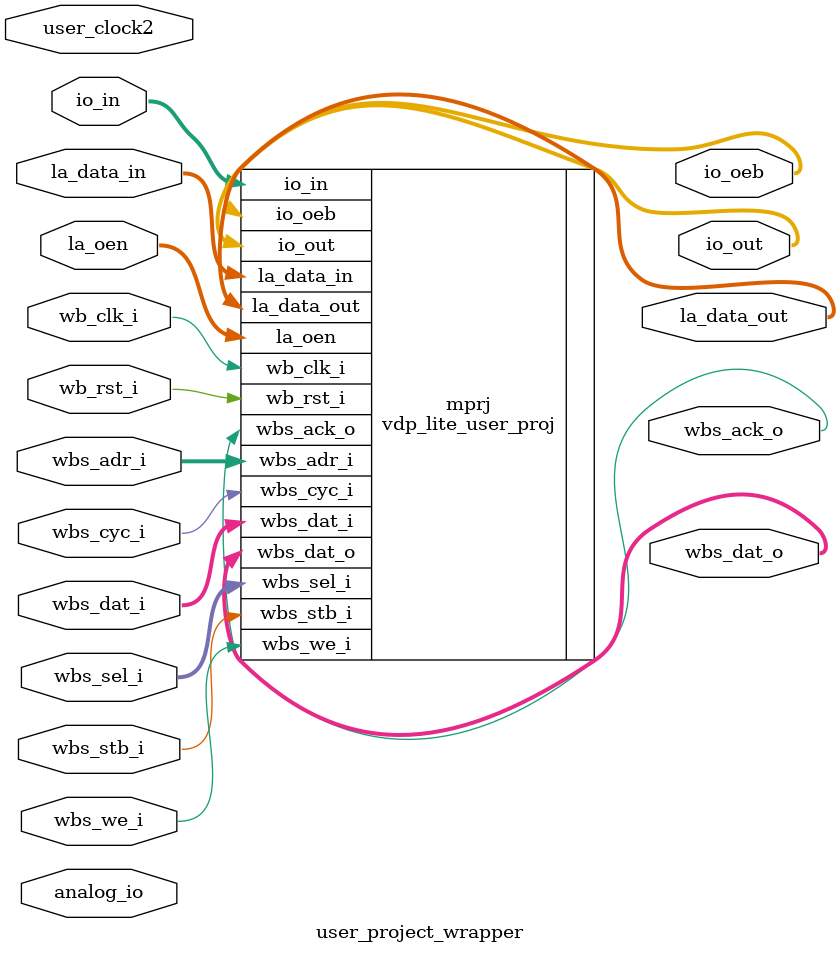
<source format=v>
/* Generated by Yosys 0.9+3621 (git sha1 84e9fa7, gcc 8.3.1 -fPIC -Os) */

module user_project_wrapper(wb_clk_i, wb_rst_i, wbs_stb_i, wbs_cyc_i, wbs_we_i, wbs_sel_i, wbs_dat_i, wbs_adr_i, wbs_ack_o, wbs_dat_o, la_data_in, la_data_out, la_oen, io_in, io_out, io_oeb, analog_io, user_clock2);
  inout [30:0] analog_io;
  input [37:0] io_in;
  output [37:0] io_oeb;
  output [37:0] io_out;
  input [127:0] la_data_in;
  output [127:0] la_data_out;
  input [127:0] la_oen;
  input user_clock2;
  input wb_clk_i;
  input wb_rst_i;
  output wbs_ack_o;
  input [31:0] wbs_adr_i;
  input wbs_cyc_i;
  input [31:0] wbs_dat_i;
  output [31:0] wbs_dat_o;
  input [3:0] wbs_sel_i;
  input wbs_stb_i;
  input wbs_we_i;
  vdp_lite_user_proj mprj (
    .io_in(io_in),
    .io_oeb(io_oeb),
    .io_out(io_out),
    .la_data_in(la_data_in),
    .la_data_out(la_data_out),
    .la_oen(la_oen),
    .wb_clk_i(wb_clk_i),
    .wb_rst_i(wb_rst_i),
    .wbs_ack_o(wbs_ack_o),
    .wbs_adr_i(wbs_adr_i),
    .wbs_cyc_i(wbs_cyc_i),
    .wbs_dat_i(wbs_dat_i),
    .wbs_dat_o(wbs_dat_o),
    .wbs_sel_i(wbs_sel_i),
    .wbs_stb_i(wbs_stb_i),
    .wbs_we_i(wbs_we_i)
  );
endmodule

</source>
